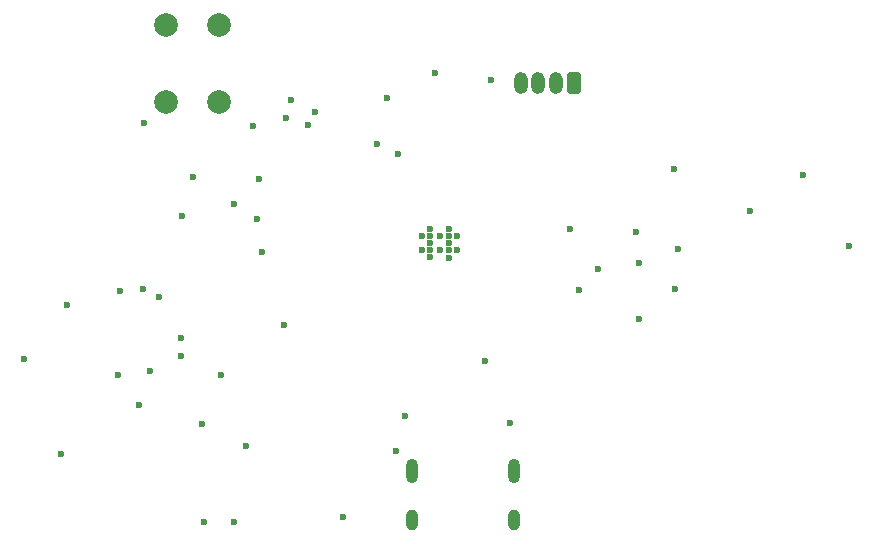
<source format=gbr>
%TF.GenerationSoftware,KiCad,Pcbnew,9.0.2*%
%TF.CreationDate,2025-08-14T15:26:00-05:00*%
%TF.ProjectId,ESP_32_sens,4553505f-3332-45f7-9365-6e732e6b6963,rev?*%
%TF.SameCoordinates,Original*%
%TF.FileFunction,Copper,L3,Inr*%
%TF.FilePolarity,Positive*%
%FSLAX46Y46*%
G04 Gerber Fmt 4.6, Leading zero omitted, Abs format (unit mm)*
G04 Created by KiCad (PCBNEW 9.0.2) date 2025-08-14 15:26:00*
%MOMM*%
%LPD*%
G01*
G04 APERTURE LIST*
G04 Aperture macros list*
%AMRoundRect*
0 Rectangle with rounded corners*
0 $1 Rounding radius*
0 $2 $3 $4 $5 $6 $7 $8 $9 X,Y pos of 4 corners*
0 Add a 4 corners polygon primitive as box body*
4,1,4,$2,$3,$4,$5,$6,$7,$8,$9,$2,$3,0*
0 Add four circle primitives for the rounded corners*
1,1,$1+$1,$2,$3*
1,1,$1+$1,$4,$5*
1,1,$1+$1,$6,$7*
1,1,$1+$1,$8,$9*
0 Add four rect primitives between the rounded corners*
20,1,$1+$1,$2,$3,$4,$5,0*
20,1,$1+$1,$4,$5,$6,$7,0*
20,1,$1+$1,$6,$7,$8,$9,0*
20,1,$1+$1,$8,$9,$2,$3,0*%
G04 Aperture macros list end*
%TA.AperFunction,HeatsinkPad*%
%ADD10O,1.000000X1.800000*%
%TD*%
%TA.AperFunction,HeatsinkPad*%
%ADD11O,1.000000X2.100000*%
%TD*%
%TA.AperFunction,ComponentPad*%
%ADD12C,2.000000*%
%TD*%
%TA.AperFunction,ComponentPad*%
%ADD13RoundRect,0.250000X0.335000X0.685000X-0.335000X0.685000X-0.335000X-0.685000X0.335000X-0.685000X0*%
%TD*%
%TA.AperFunction,ComponentPad*%
%ADD14O,1.170000X1.870000*%
%TD*%
%TA.AperFunction,ViaPad*%
%ADD15C,0.600000*%
%TD*%
G04 APERTURE END LIST*
D10*
%TO.N,unconnected-(J3-SHIELD-PadS1)_3*%
%TO.C,J3*%
X143570000Y-121215000D03*
D11*
%TO.N,unconnected-(J3-SHIELD-PadS1)_1*%
X143570000Y-117015000D03*
D10*
%TO.N,unconnected-(J3-SHIELD-PadS1)_2*%
X134930000Y-121215000D03*
D11*
%TO.N,unconnected-(J3-SHIELD-PadS1)*%
X134930000Y-117015000D03*
%TD*%
D12*
%TO.N,/MCU/Chip_pu*%
%TO.C,SW1*%
X118650000Y-79250000D03*
X118650000Y-85750000D03*
%TO.N,GND*%
X114150000Y-79250000D03*
X114150000Y-85750000D03*
%TD*%
D13*
%TO.N,+3.3V*%
%TO.C,J4*%
X148660000Y-84150000D03*
D14*
%TO.N,UART_TX*%
X147160000Y-84150000D03*
%TO.N,UART_RX*%
X145660000Y-84150000D03*
%TO.N,GND*%
X144160000Y-84150000D03*
%TD*%
D15*
%TO.N,GND*%
X135800000Y-98300000D03*
X138800000Y-98300000D03*
X135800000Y-97100000D03*
X138800000Y-97100000D03*
X138100000Y-96500000D03*
X136500000Y-96500000D03*
X138100000Y-99000000D03*
X136500000Y-98900000D03*
X138100000Y-97100000D03*
X137300000Y-97100000D03*
X136500000Y-97100000D03*
X138100000Y-98300000D03*
X137300000Y-98300000D03*
X136500000Y-98300000D03*
X136500000Y-97700000D03*
X138100000Y-97700000D03*
X143290000Y-112975000D03*
X134410000Y-112340000D03*
X133570000Y-115300000D03*
%TO.N,+3.3VA*%
X112820000Y-108570000D03*
X113530000Y-102330000D03*
X122030000Y-92330000D03*
X110230000Y-101820000D03*
X124270000Y-87110000D03*
%TO.N,GND*%
X118830000Y-108870000D03*
X105790000Y-102990000D03*
X133810000Y-90170000D03*
X112310000Y-87590000D03*
X132020000Y-89320000D03*
X168100000Y-91980000D03*
X116440000Y-92130000D03*
X102140000Y-107550000D03*
X171920000Y-98020000D03*
X119850000Y-121360000D03*
X115440000Y-105750000D03*
X136870000Y-83300000D03*
X105250000Y-115590000D03*
X141180000Y-107750000D03*
X117160000Y-113050000D03*
X141690000Y-83920000D03*
X132860000Y-85450000D03*
X112210000Y-101620000D03*
X124140000Y-104700000D03*
X115460000Y-95480000D03*
X126170000Y-87750000D03*
X129130000Y-120920000D03*
X117330000Y-121360000D03*
%TO.N,+3.3V*%
X111890000Y-111460000D03*
X119930000Y-94410000D03*
X115390000Y-107330000D03*
X121540000Y-87820000D03*
X126760000Y-86670000D03*
X122280000Y-98460000D03*
X121880000Y-95660000D03*
X124704669Y-85614669D03*
%TO.N,VDD_SPI*%
X157220000Y-101580000D03*
X154140000Y-104170000D03*
%TO.N,/PSU/BUCK_FB*%
X120900000Y-114950000D03*
X110110000Y-108930000D03*
%TO.N,SPIQ*%
X149140000Y-101690000D03*
X148320000Y-96510000D03*
%TO.N,SPIWP*%
X157140000Y-91480000D03*
X154210000Y-99430000D03*
%TO.N,Net-(U1-SPIHD)*%
X150680000Y-99900000D03*
X153950000Y-96760000D03*
%TO.N,SPICS0*%
X157490000Y-98240000D03*
X163610000Y-95050000D03*
%TD*%
M02*

</source>
